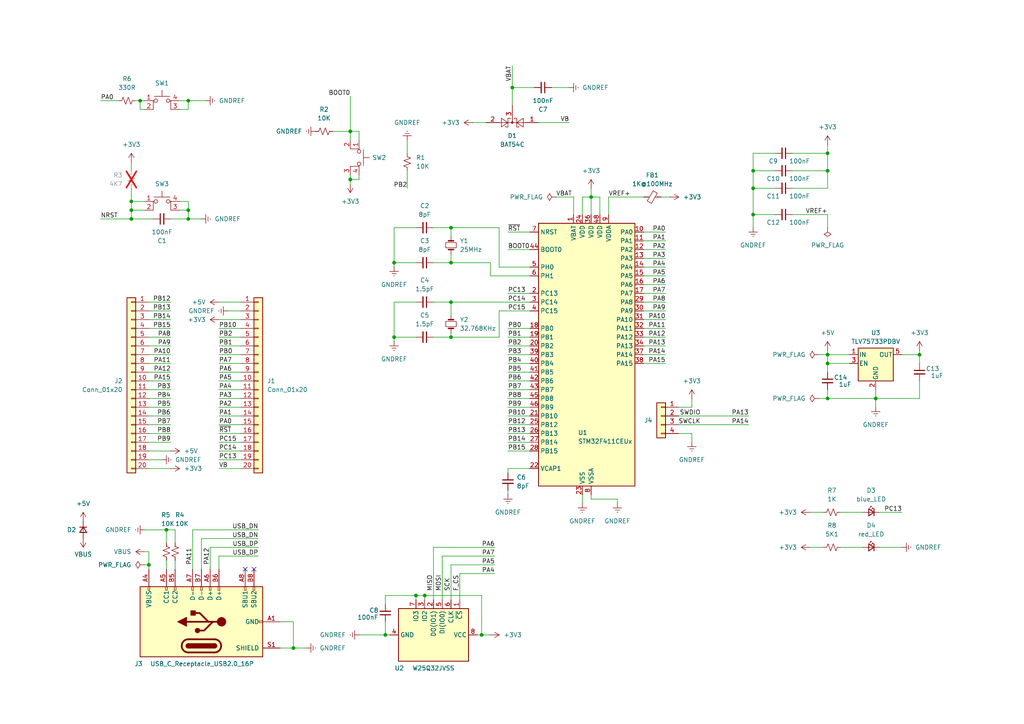
<source format=kicad_sch>
(kicad_sch (version 20231120) (generator "eeschema") (generator_version "8.0")
  (paper "A4")
  (lib_symbols
    (symbol "Connector:USB_C_Receptacle_USB2.0_16P" (pin_names (offset 1.016))
      (property "Reference" "J" (at 0 22.225 0))
      (property "Value" "USB_C_Receptacle_USB2.0_16P" (at 0 19.685 0))
      (symbol "USB_C_Receptacle_USB2.0_16P_1_1"
        (pin passive line (at 0 -22.86 90) (length 5.08) (name "GND") (number "A1"))
        (pin passive line (at 0 -22.86 90) (length 5.08) hide (name "GND") (number "A12"))
        (pin passive line (at 15.24 15.24 180) (length 5.08) (name "VBUS") (number "A4"))
        (pin bidirectional line (at 15.24 10.16 180) (length 5.08) (name "CC1") (number "A5"))
        (pin bidirectional line (at 15.24 -2.54 180) (length 5.08) (name "D+") (number "A6"))
        (pin bidirectional line (at 15.24 2.54 180) (length 5.08) (name "D-") (number "A7"))
        (pin bidirectional line (at 15.24 -12.7 180) (length 5.08) (name "SBU1") (number "A8"))
        (pin passive line (at 15.24 15.24 180) (length 5.08) hide (name "VBUS") (number "A9"))
        (pin passive line (at 0 -22.86 90) (length 5.08) hide (name "GND") (number "B1"))
        (pin passive line (at 0 -22.86 90) (length 5.08) hide (name "GND") (number "B12"))
        (pin passive line (at 15.24 15.24 180) (length 5.08) hide (name "VBUS") (number "B4"))
        (pin bidirectional line (at 15.24 7.62 180) (length 5.08) (name "CC2") (number "B5"))
        (pin bidirectional line (at 15.24 -5.08 180) (length 5.08) (name "D+") (number "B6"))
        (pin bidirectional line (at 15.24 0 180) (length 5.08) (name "D-") (number "B7"))
        (pin bidirectional line (at 15.24 -15.24 180) (length 5.08) (name "SBU2") (number "B8"))
        (pin passive line (at 15.24 15.24 180) (length 5.08) hide (name "VBUS") (number "B9"))
        (pin passive line (at -7.62 -22.86 90) (length 5.08) (name "SHIELD") (number "S1"))
      )
    )
    (symbol "Connector_Generic:Conn_01x04" (pin_names (offset 1.016) hide)
      (property "Reference" "J" (at 0 5.08 0))
      (property "Value" "Conn_01x04" (at 0 -7.62 0))
      (symbol "Conn_01x04_1_1"
        (pin passive line (at -5.08 2.54 0) (length 3.81) (name "Pin_1") (number "1"))
        (pin passive line (at -5.08 0 0) (length 3.81) (name "Pin_2") (number "2"))
        (pin passive line (at -5.08 -2.54 0) (length 3.81) (name "Pin_3") (number "3"))
        (pin passive line (at -5.08 -5.08 0) (length 3.81) (name "Pin_4") (number "4"))
      )
    )
    (symbol "Connector_Generic:Conn_01x20" (pin_names (offset 1.016) hide)
      (property "Reference" "J" (at 0 25.4 0))
      (property "Value" "Conn_01x20" (at 0 -27.94 0))
      (symbol "Conn_01x20_1_1"
        (pin passive line (at -5.08 22.86 0) (length 3.81) (name "Pin_1") (number "1"))
        (pin passive line (at -5.08 0 0) (length 3.81) (name "Pin_10") (number "10"))
        (pin passive line (at -5.08 -2.54 0) (length 3.81) (name "Pin_11") (number "11"))
        (pin passive line (at -5.08 -5.08 0) (length 3.81) (name "Pin_12") (number "12"))
        (pin passive line (at -5.08 -7.62 0) (length 3.81) (name "Pin_13") (number "13"))
        (pin passive line (at -5.08 -10.16 0) (length 3.81) (name "Pin_14") (number "14"))
        (pin passive line (at -5.08 -12.7 0) (length 3.81) (name "Pin_15") (number "15"))
        (pin passive line (at -5.08 -15.24 0) (length 3.81) (name "Pin_16") (number "16"))
        (pin passive line (at -5.08 -17.78 0) (length 3.81) (name "Pin_17") (number "17"))
        (pin passive line (at -5.08 -20.32 0) (length 3.81) (name "Pin_18") (number "18"))
        (pin passive line (at -5.08 -22.86 0) (length 3.81) (name "Pin_19") (number "19"))
        (pin passive line (at -5.08 20.32 0) (length 3.81) (name "Pin_2") (number "2"))
        (pin passive line (at -5.08 -25.4 0) (length 3.81) (name "Pin_20") (number "20"))
        (pin passive line (at -5.08 17.78 0) (length 3.81) (name "Pin_3") (number "3"))
        (pin passive line (at -5.08 15.24 0) (length 3.81) (name "Pin_4") (number "4"))
        (pin passive line (at -5.08 12.7 0) (length 3.81) (name "Pin_5") (number "5"))
        (pin passive line (at -5.08 10.16 0) (length 3.81) (name "Pin_6") (number "6"))
        (pin passive line (at -5.08 7.62 0) (length 3.81) (name "Pin_7") (number "7"))
        (pin passive line (at -5.08 5.08 0) (length 3.81) (name "Pin_8") (number "8"))
        (pin passive line (at -5.08 2.54 0) (length 3.81) (name "Pin_9") (number "9"))
      )
    )
    (symbol "Device:C_Small" (pin_numbers hide) (pin_names (offset 0.254) hide)
      (property "Reference" "C" (at 0.254 1.778 0))
      (property "Value" "C_Small" (at 0.254 -2.032 0))
      (symbol "C_Small_1_1"
        (pin passive line (at 0 2.54 270) (length 2.032) (name "~") (number "1"))
        (pin passive line (at 0 -2.54 90) (length 2.032) (name "~") (number "2"))
      )
    )
    (symbol "Device:Crystal_Small" (pin_numbers hide) (pin_names (offset 1.016) hide)
      (property "Reference" "Y" (at 0 2.54 0))
      (property "Value" "Crystal_Small" (at 0 -2.54 0))
      (symbol "Crystal_Small_1_1"
        (pin passive line (at -2.54 0 0) (length 1.27) (name "1") (number "1"))
        (pin passive line (at 2.54 0 180) (length 1.27) (name "2") (number "2"))
      )
    )
    (symbol "Device:D_Small" (pin_numbers hide) (pin_names (offset 0.254) hide)
      (property "Reference" "D" (at -1.27 2.032 0))
      (property "Value" "D_Small" (at -3.81 -2.032 0))
      (symbol "D_Small_1_1"
        (pin passive line (at -2.54 0 0) (length 1.778) (name "K") (number "1"))
        (pin passive line (at 2.54 0 180) (length 1.778) (name "A") (number "2"))
      )
    )
    (symbol "Device:FerriteBead_Small" (pin_numbers hide) (pin_names (offset 0))
      (property "Reference" "FB" (at 1.905 1.27 0))
      (property "Value" "FerriteBead_Small" (at 1.905 -1.27 0))
      (symbol "FerriteBead_Small_1_1"
        (pin passive line (at 0 2.54 270) (length 1.27) (name "~") (number "1"))
        (pin passive line (at 0 -2.54 90) (length 1.27) (name "~") (number "2"))
      )
    )
    (symbol "Device:LED_Small" (pin_numbers hide) (pin_names (offset 0.254) hide)
      (property "Reference" "D" (at -1.27 3.175 0))
      (property "Value" "LED_Small" (at -4.445 -2.54 0))
      (symbol "LED_Small_1_1"
        (pin passive line (at -2.54 0 0) (length 1.778) (name "K") (number "1"))
        (pin passive line (at 2.54 0 180) (length 1.778) (name "A") (number "2"))
      )
    )
    (symbol "Device:R_Small_US" (pin_numbers hide) (pin_names (offset 0.254) hide)
      (property "Reference" "R" (at 0.762 0.508 0))
      (property "Value" "R_Small_US" (at 0.762 -1.016 0))
      (symbol "R_Small_US_1_1"
        (pin passive line (at 0 2.54 270) (length 1.016) (name "~") (number "1"))
        (pin passive line (at 0 -2.54 90) (length 1.016) (name "~") (number "2"))
      )
    )
    (symbol "Diode:BAT54C" (pin_names (offset 1.016))
      (property "Reference" "D" (at 0.635 -3.81 0))
      (property "Value" "BAT54C" (at -6.35 3.175 0))
      (symbol "BAT54C_1_1"
        (pin passive line (at -7.62 0 0) (length 3.81) (name "~") (number "1"))
        (pin passive line (at 7.62 0 180) (length 3.81) (name "~") (number "2"))
        (pin passive line (at 0 -5.08 90) (length 5.08) (name "~") (number "3"))
      )
    )
    (symbol "MCU_ST_STM32F4:STM32F411CEUx"
      (property "Reference" "U" (at -12.7 39.37 0))
      (property "Value" "STM32F411CEUx" (at 10.16 39.37 0))
      (symbol "STM32F411CEUx_1_1"
        (pin power_in line (at -2.54 40.64 270) (length 2.54) (name "VBAT") (number "1"))
        (pin bidirectional line (at 17.78 35.56 180) (length 2.54) (name "PA0") (number "10"))
        (pin bidirectional line (at 17.78 33.02 180) (length 2.54) (name "PA1") (number "11"))
        (pin bidirectional line (at 17.78 30.48 180) (length 2.54) (name "PA2") (number "12"))
        (pin bidirectional line (at 17.78 27.94 180) (length 2.54) (name "PA3") (number "13"))
        (pin bidirectional line (at 17.78 25.4 180) (length 2.54) (name "PA4") (number "14"))
        (pin bidirectional line (at 17.78 22.86 180) (length 2.54) (name "PA5") (number "15"))
        (pin bidirectional line (at 17.78 20.32 180) (length 2.54) (name "PA6") (number "16"))
        (pin bidirectional line (at 17.78 17.78 180) (length 2.54) (name "PA7") (number "17"))
        (pin bidirectional line (at -15.24 7.62 0) (length 2.54) (name "PB0") (number "18"))
        (pin bidirectional line (at -15.24 5.08 0) (length 2.54) (name "PB1") (number "19"))
        (pin bidirectional line (at -15.24 17.78 0) (length 2.54) (name "PC13") (number "2"))
        (pin bidirectional line (at -15.24 2.54 0) (length 2.54) (name "PB2") (number "20"))
        (pin bidirectional line (at -15.24 -17.78 0) (length 2.54) (name "PB10") (number "21"))
        (pin power_out line (at -15.24 -33.02 0) (length 2.54) (name "VCAP1") (number "22"))
        (pin power_in line (at 0 -40.64 90) (length 2.54) (name "VSS") (number "23"))
        (pin power_in line (at 0 40.64 270) (length 2.54) (name "VDD") (number "24"))
        (pin bidirectional line (at -15.24 -20.32 0) (length 2.54) (name "PB12") (number "25"))
        (pin bidirectional line (at -15.24 -22.86 0) (length 2.54) (name "PB13") (number "26"))
        (pin bidirectional line (at -15.24 -25.4 0) (length 2.54) (name "PB14") (number "27"))
        (pin bidirectional line (at -15.24 -27.94 0) (length 2.54) (name "PB15") (number "28"))
        (pin bidirectional line (at 17.78 15.24 180) (length 2.54) (name "PA8") (number "29"))
        (pin bidirectional line (at -15.24 15.24 0) (length 2.54) (name "PC14") (number "3"))
        (pin bidirectional line (at 17.78 12.7 180) (length 2.54) (name "PA9") (number "30"))
        (pin bidirectional line (at 17.78 10.16 180) (length 2.54) (name "PA10") (number "31"))
        (pin bidirectional line (at 17.78 7.62 180) (length 2.54) (name "PA11") (number "32"))
        (pin bidirectional line (at 17.78 5.08 180) (length 2.54) (name "PA12") (number "33"))
        (pin bidirectional line (at 17.78 2.54 180) (length 2.54) (name "PA13") (number "34"))
        (pin passive line (at 0 -40.64 90) (length 2.54) hide (name "VSS") (number "35"))
        (pin power_in line (at 2.54 40.64 270) (length 2.54) (name "VDD") (number "36"))
        (pin bidirectional line (at 17.78 0 180) (length 2.54) (name "PA14") (number "37"))
        (pin bidirectional line (at 17.78 -2.54 180) (length 2.54) (name "PA15") (number "38"))
        (pin bidirectional line (at -15.24 0 0) (length 2.54) (name "PB3") (number "39"))
        (pin bidirectional line (at -15.24 12.7 0) (length 2.54) (name "PC15") (number "4"))
        (pin bidirectional line (at -15.24 -2.54 0) (length 2.54) (name "PB4") (number "40"))
        (pin bidirectional line (at -15.24 -5.08 0) (length 2.54) (name "PB5") (number "41"))
        (pin bidirectional line (at -15.24 -7.62 0) (length 2.54) (name "PB6") (number "42"))
        (pin bidirectional line (at -15.24 -10.16 0) (length 2.54) (name "PB7") (number "43"))
        (pin input line (at -15.24 30.48 0) (length 2.54) (name "BOOT0") (number "44"))
        (pin bidirectional line (at -15.24 -12.7 0) (length 2.54) (name "PB8") (number "45"))
        (pin bidirectional line (at -15.24 -15.24 0) (length 2.54) (name "PB9") (number "46"))
        (pin passive line (at 0 -40.64 90) (length 2.54) hide (name "VSS") (number "47"))
        (pin power_in line (at 5.08 40.64 270) (length 2.54) (name "VDD") (number "48"))
        (pin passive line (at 0 -40.64 90) (length 2.54) hide (name "VSS") (number "49"))
        (pin bidirectional line (at -15.24 25.4 0) (length 2.54) (name "PH0") (number "5"))
        (pin bidirectional line (at -15.24 22.86 0) (length 2.54) (name "PH1") (number "6"))
        (pin input line (at -15.24 35.56 0) (length 2.54) (name "NRST") (number "7"))
        (pin power_in line (at 2.54 -40.64 90) (length 2.54) (name "VSSA") (number "8"))
        (pin power_in line (at 7.62 40.64 270) (length 2.54) (name "VDDA") (number "9"))
      )
    )
    (symbol "Memory_Flash:W25Q32JVSS"
      (property "Reference" "U" (at -6.35 11.43 0))
      (property "Value" "W25Q32JVSS" (at 7.62 11.43 0))
      (symbol "W25Q32JVSS_1_1"
        (pin input line (at -10.16 7.62 0) (length 2.54) (name "~{CS}") (number "1"))
        (pin bidirectional line (at -10.16 0 0) (length 2.54) (name "DO(IO1)") (number "2"))
        (pin bidirectional line (at -10.16 -2.54 0) (length 2.54) (name "IO2") (number "3"))
        (pin power_in line (at 0 -12.7 90) (length 2.54) (name "GND") (number "4"))
        (pin bidirectional line (at -10.16 2.54 0) (length 2.54) (name "DI(IO0)") (number "5"))
        (pin input line (at -10.16 5.08 0) (length 2.54) (name "CLK") (number "6"))
        (pin bidirectional line (at -10.16 -5.08 0) (length 2.54) (name "IO3") (number "7"))
        (pin power_in line (at 0 12.7 270) (length 2.54) (name "VCC") (number "8"))
      )
    )
    (symbol "Regulator_Linear:TLV75733PDBV" (pin_names (offset 0.254))
      (property "Reference" "U" (at -3.81 5.715 0))
      (property "Value" "TLV75733PDBV" (at 0 5.715 0))
      (symbol "TLV75733PDBV_1_1"
        (pin power_in line (at -7.62 2.54 0) (length 2.54) (name "IN") (number "1"))
        (pin power_in line (at 0 -7.62 90) (length 2.54) (name "GND") (number "2"))
        (pin input line (at -7.62 0 0) (length 2.54) (name "EN") (number "3"))
        (pin no_connect line (at 5.08 0 180) (length 2.54) hide (name "NC") (number "4"))
        (pin power_out line (at 7.62 2.54 180) (length 2.54) (name "OUT") (number "5"))
      )
    )
    (symbol "Switch:SW_MEC_5E" (pin_names (offset 1.016) hide)
      (property "Reference" "SW" (at 0.635 5.715 0))
      (property "Value" "SW_MEC_5E" (at 0 -3.175 0))
      (symbol "SW_MEC_5E_0_1"
        (pin passive line (at -5.08 2.54 0) (length 2.54) (name "1") (number "1"))
        (pin passive line (at -5.08 0 0) (length 2.54) (name "2") (number "2"))
        (pin passive line (at 5.08 0 180) (length 2.54) (name "K") (number "3"))
        (pin passive line (at 5.08 2.54 180) (length 2.54) (name "A") (number "4"))
      )
    )
    (symbol "power:+3V3" (power) (pin_numbers hide) (pin_names (offset 0) hide)
      (property "Value" "+3V3" (at 0 3.556 0))
      (symbol "+3V3_1_1"
        (pin power_in line (at 0 0 90) (length 0) (name "~") (number "1"))
      )
    )
    (symbol "power:+5V" (power) (pin_numbers hide) (pin_names (offset 0) hide)
      (property "Value" "+5V" (at 0 3.556 0))
      (symbol "+5V_1_1"
        (pin power_in line (at 0 0 90) (length 0) (name "~") (number "1"))
      )
    )
    (symbol "power:GNDREF" (power) (pin_numbers hide) (pin_names (offset 0) hide)
      (property "Value" "GNDREF" (at 0 -3.81 0))
      (symbol "GNDREF_1_1"
        (pin power_in line (at 0 0 270) (length 0) (name "~") (number "1"))
      )
    )
    (symbol "power:PWR_FLAG" (power) (pin_numbers hide) (pin_names (offset 0) hide)
      (property "Value" "PWR_FLAG" (at 0 3.81 0))
      (symbol "PWR_FLAG_0_0"
        (pin power_out line (at 0 0 90) (length 0) (name "~") (number "1"))
      )
    )
    (symbol "power:VBUS" (power) (pin_numbers hide) (pin_names (offset 0) hide)
      (property "Value" "VBUS" (at 0 3.556 0))
      (symbol "VBUS_1_1"
        (pin power_in line (at 0 0 90) (length 0) (name "~") (number "1"))
      )
    )
  )
  (junction (at 43.18 163.83))
  (junction (at 54.61 29.21))
  (junction (at 114.3 97.79))
  (junction (at 123.19 172.72))
  (junction (at 54.61 60.96))
  (junction (at 120.65 172.72))
  (junction (at 114.3 76.2))
  (junction (at 240.03 44.45))
  (junction (at 40.64 29.21))
  (junction (at 218.44 49.53))
  (junction (at 101.6 38.1))
  (junction (at 240.03 115.57))
  (junction (at 38.1 63.5))
  (junction (at 48.26 153.67))
  (junction (at 130.81 87.63))
  (junction (at 240.03 49.53))
  (junction (at 85.09 187.96))
  (junction (at 266.7 102.87))
  (junction (at 254 115.57))
  (junction (at 240.03 102.87))
  (junction (at 130.81 97.79))
  (junction (at 171.45 57.15))
  (junction (at 139.7 184.15))
  (junction (at 218.44 54.61))
  (junction (at 101.6 52.07))
  (junction (at 148.59 25.4))
  (junction (at 38.1 58.42))
  (junction (at 130.81 66.04))
  (junction (at 54.61 63.5))
  (junction (at 130.81 76.2))
  (junction (at 240.03 105.41))
  (junction (at 38.1 60.96))
  (junction (at 218.44 62.23))
  (junction (at 111.76 184.15))
  (no_connect (at 71.12 165.1))
  (no_connect (at 73.66 165.1))
  (wire (pts (xy 133.35 166.37) (xy 133.35 173.99)))
  (wire (pts (xy 193.04 74.93) (xy 186.69 74.93)))
  (wire (pts (xy 63.5 113.03) (xy 69.85 113.03)))
  (wire (pts (xy 49.53 107.95) (xy 43.18 107.95)))
  (wire (pts (xy 130.81 96.52) (xy 130.81 97.79)))
  (wire (pts (xy 49.53 90.17) (xy 43.18 90.17)))
  (wire (pts (xy 130.81 163.83) (xy 130.81 173.99)))
  (wire (pts (xy 254 115.57) (xy 254 118.11)))
  (wire (pts (xy 38.1 60.96) (xy 41.91 60.96)))
  (wire (pts (xy 266.7 110.49) (xy 266.7 115.57)))
  (wire (pts (xy 147.32 72.39) (xy 153.67 72.39)))
  (wire (pts (xy 139.7 184.15) (xy 138.43 184.15)))
  (wire (pts (xy 130.81 66.04) (xy 130.81 68.58)))
  (wire (pts (xy 200.66 115.57) (xy 200.66 118.11)))
  (wire (pts (xy 123.19 172.72) (xy 120.65 172.72)))
  (wire (pts (xy 218.44 49.53) (xy 218.44 54.61)))
  (wire (pts (xy 148.59 25.4) (xy 148.59 30.48)))
  (wire (pts (xy 224.79 44.45) (xy 218.44 44.45)))
  (wire (pts (xy 139.7 184.15) (xy 142.24 184.15)))
  (wire (pts (xy 49.53 135.89) (xy 43.18 135.89)))
  (wire (pts (xy 193.04 85.09) (xy 186.69 85.09)))
  (wire (pts (xy 193.04 82.55) (xy 186.69 82.55)))
  (wire (pts (xy 54.61 31.75) (xy 54.61 29.21)))
  (wire (pts (xy 193.04 87.63) (xy 186.69 87.63)))
  (wire (pts (xy 147.32 67.31) (xy 153.67 67.31)))
  (wire (pts (xy 240.03 41.91) (xy 240.03 44.45)))
  (wire (pts (xy 39.37 29.21) (xy 40.64 29.21)))
  (wire (pts (xy 229.87 44.45) (xy 240.03 44.45)))
  (wire (pts (xy 234.95 148.59) (xy 238.76 148.59)))
  (wire (pts (xy 49.53 105.41) (xy 43.18 105.41)))
  (wire (pts (xy 193.04 80.01) (xy 186.69 80.01)))
  (wire (pts (xy 243.84 148.59) (xy 250.19 148.59)))
  (wire (pts (xy 176.53 57.15) (xy 186.69 57.15)))
  (wire (pts (xy 63.5 92.71) (xy 69.85 92.71)))
  (wire (pts (xy 63.5 135.89) (xy 69.85 135.89)))
  (wire (pts (xy 147.32 130.81) (xy 153.67 130.81)))
  (wire (pts (xy 147.32 120.65) (xy 153.67 120.65)))
  (wire (pts (xy 54.61 63.5) (xy 49.53 63.5)))
  (wire (pts (xy 63.5 133.35) (xy 69.85 133.35)))
  (wire (pts (xy 41.91 163.83) (xy 43.18 163.83)))
  (wire (pts (xy 168.91 62.23) (xy 168.91 57.15)))
  (wire (pts (xy 85.09 187.96) (xy 88.9 187.96)))
  (wire (pts (xy 179.07 144.78) (xy 179.07 146.05)))
  (wire (pts (xy 101.6 27.94) (xy 101.6 38.1)))
  (wire (pts (xy 154.94 25.4) (xy 148.59 25.4)))
  (wire (pts (xy 63.5 95.25) (xy 69.85 95.25)))
  (wire (pts (xy 63.5 118.11) (xy 69.85 118.11)))
  (wire (pts (xy 130.81 73.66) (xy 130.81 76.2)))
  (wire (pts (xy 60.96 158.75) (xy 74.93 158.75)))
  (wire (pts (xy 218.44 44.45) (xy 218.44 49.53)))
  (wire (pts (xy 96.52 38.1) (xy 101.6 38.1)))
  (wire (pts (xy 49.53 87.63) (xy 43.18 87.63)))
  (wire (pts (xy 104.14 52.07) (xy 104.14 50.8)))
  (wire (pts (xy 29.21 63.5) (xy 38.1 63.5)))
  (wire (pts (xy 63.5 107.95) (xy 69.85 107.95)))
  (wire (pts (xy 168.91 146.05) (xy 168.91 143.51)))
  (wire (pts (xy 171.45 57.15) (xy 173.99 57.15)))
  (wire (pts (xy 49.53 118.11) (xy 43.18 118.11)))
  (wire (pts (xy 193.04 77.47) (xy 186.69 77.47)))
  (wire (pts (xy 193.04 72.39) (xy 186.69 72.39)))
  (wire (pts (xy 120.65 172.72) (xy 120.65 173.99)))
  (wire (pts (xy 196.85 125.73) (xy 200.66 125.73)))
  (wire (pts (xy 229.87 54.61) (xy 240.03 54.61)))
  (wire (pts (xy 49.53 110.49) (xy 43.18 110.49)))
  (wire (pts (xy 66.04 90.17) (xy 69.85 90.17)))
  (wire (pts (xy 81.28 180.34) (xy 85.09 180.34)))
  (wire (pts (xy 49.53 125.73) (xy 43.18 125.73)))
  (wire (pts (xy 49.53 95.25) (xy 43.18 95.25)))
  (wire (pts (xy 114.3 87.63) (xy 114.3 97.79)))
  (wire (pts (xy 48.26 153.67) (xy 50.8 153.67)))
  (wire (pts (xy 49.53 100.33) (xy 43.18 100.33)))
  (wire (pts (xy 266.7 101.6) (xy 266.7 102.87)))
  (wire (pts (xy 193.04 100.33) (xy 186.69 100.33)))
  (wire (pts (xy 85.09 180.34) (xy 85.09 187.96)))
  (wire (pts (xy 41.91 31.75) (xy 40.64 31.75)))
  (wire (pts (xy 193.04 97.79) (xy 186.69 97.79)))
  (wire (pts (xy 54.61 60.96) (xy 54.61 63.5)))
  (wire (pts (xy 193.04 90.17) (xy 186.69 90.17)))
  (wire (pts (xy 111.76 172.72) (xy 111.76 175.26)))
  (wire (pts (xy 49.53 130.81) (xy 43.18 130.81)))
  (wire (pts (xy 49.53 113.03) (xy 43.18 113.03)))
  (wire (pts (xy 114.3 66.04) (xy 114.3 76.2)))
  (wire (pts (xy 137.16 35.56) (xy 140.97 35.56)))
  (wire (pts (xy 40.64 29.21) (xy 41.91 29.21)))
  (wire (pts (xy 144.78 90.17) (xy 153.67 90.17)))
  (wire (pts (xy 217.17 120.65) (xy 196.85 120.65)))
  (wire (pts (xy 59.69 29.21) (xy 54.61 29.21)))
  (wire (pts (xy 130.81 97.79) (xy 125.73 97.79)))
  (wire (pts (xy 160.02 25.4) (xy 165.1 25.4)))
  (wire (pts (xy 147.32 95.25) (xy 153.67 95.25)))
  (wire (pts (xy 147.32 137.16) (xy 147.32 135.89)))
  (wire (pts (xy 130.81 163.83) (xy 143.51 163.83)))
  (wire (pts (xy 266.7 102.87) (xy 266.7 105.41)))
  (wire (pts (xy 58.42 156.21) (xy 58.42 165.1)))
  (wire (pts (xy 55.88 153.67) (xy 55.88 165.1)))
  (wire (pts (xy 139.7 172.72) (xy 123.19 172.72)))
  (wire (pts (xy 237.49 102.87) (xy 240.03 102.87)))
  (wire (pts (xy 240.03 101.6) (xy 240.03 102.87)))
  (wire (pts (xy 101.6 52.07) (xy 101.6 53.34)))
  (wire (pts (xy 104.14 38.1) (xy 101.6 38.1)))
  (wire (pts (xy 147.32 100.33) (xy 153.67 100.33)))
  (wire (pts (xy 49.53 92.71) (xy 43.18 92.71)))
  (wire (pts (xy 50.8 153.67) (xy 50.8 157.48)))
  (wire (pts (xy 49.53 123.19) (xy 43.18 123.19)))
  (wire (pts (xy 130.81 76.2) (xy 142.24 76.2)))
  (wire (pts (xy 148.59 19.05) (xy 148.59 25.4)))
  (wire (pts (xy 193.04 105.41) (xy 186.69 105.41)))
  (wire (pts (xy 144.78 97.79) (xy 130.81 97.79)))
  (wire (pts (xy 147.32 118.11) (xy 153.67 118.11)))
  (wire (pts (xy 229.87 62.23) (xy 240.03 62.23)))
  (wire (pts (xy 147.32 97.79) (xy 153.67 97.79)))
  (wire (pts (xy 52.07 58.42) (xy 54.61 58.42)))
  (wire (pts (xy 133.35 166.37) (xy 143.51 166.37)))
  (wire (pts (xy 104.14 184.15) (xy 111.76 184.15)))
  (wire (pts (xy 52.07 60.96) (xy 54.61 60.96)))
  (wire (pts (xy 217.17 123.19) (xy 196.85 123.19)))
  (wire (pts (xy 52.07 31.75) (xy 54.61 31.75)))
  (wire (pts (xy 218.44 54.61) (xy 224.79 54.61)))
  (wire (pts (xy 104.14 52.07) (xy 101.6 52.07)))
  (wire (pts (xy 123.19 173.99) (xy 123.19 172.72)))
  (wire (pts (xy 38.1 60.96) (xy 38.1 58.42)))
  (wire (pts (xy 63.5 130.81) (xy 69.85 130.81)))
  (wire (pts (xy 63.5 123.19) (xy 69.85 123.19)))
  (wire (pts (xy 240.03 49.53) (xy 240.03 44.45)))
  (wire (pts (xy 38.1 54.61) (xy 38.1 58.42)))
  (wire (pts (xy 29.21 29.21) (xy 34.29 29.21)))
  (wire (pts (xy 54.61 63.5) (xy 58.42 63.5)))
  (wire (pts (xy 147.32 128.27) (xy 153.67 128.27)))
  (wire (pts (xy 125.73 158.75) (xy 125.73 173.99)))
  (wire (pts (xy 49.53 102.87) (xy 43.18 102.87)))
  (wire (pts (xy 142.24 76.2) (xy 142.24 80.01)))
  (wire (pts (xy 240.03 105.41) (xy 246.38 105.41)))
  (wire (pts (xy 114.3 97.79) (xy 114.3 99.06)))
  (wire (pts (xy 147.32 102.87) (xy 153.67 102.87)))
  (wire (pts (xy 101.6 52.07) (xy 101.6 50.8)))
  (wire (pts (xy 139.7 172.72) (xy 139.7 184.15)))
  (wire (pts (xy 176.53 62.23) (xy 176.53 57.15)))
  (wire (pts (xy 40.64 31.75) (xy 40.64 29.21)))
  (wire (pts (xy 63.5 115.57) (xy 69.85 115.57)))
  (wire (pts (xy 156.21 35.56) (xy 165.1 35.56)))
  (wire (pts (xy 118.11 40.64) (xy 118.11 44.45)))
  (wire (pts (xy 120.65 66.04) (xy 114.3 66.04)))
  (wire (pts (xy 191.77 57.15) (xy 194.31 57.15)))
  (wire (pts (xy 144.78 90.17) (xy 144.78 97.79)))
  (wire (pts (xy 254 113.03) (xy 254 115.57)))
  (wire (pts (xy 120.65 87.63) (xy 114.3 87.63)))
  (wire (pts (xy 63.5 161.29) (xy 74.93 161.29)))
  (wire (pts (xy 193.04 92.71) (xy 186.69 92.71)))
  (wire (pts (xy 125.73 76.2) (xy 130.81 76.2)))
  (wire (pts (xy 63.5 105.41) (xy 69.85 105.41)))
  (wire (pts (xy 240.03 102.87) (xy 240.03 105.41)))
  (wire (pts (xy 246.38 102.87) (xy 240.03 102.87)))
  (wire (pts (xy 44.45 63.5) (xy 38.1 63.5)))
  (wire (pts (xy 142.24 80.01) (xy 153.67 80.01)))
  (wire (pts (xy 38.1 63.5) (xy 38.1 60.96)))
  (wire (pts (xy 101.6 38.1) (xy 101.6 40.64)))
  (wire (pts (xy 63.5 110.49) (xy 69.85 110.49)))
  (wire (pts (xy 43.18 163.83) (xy 43.18 165.1)))
  (wire (pts (xy 41.91 160.02) (xy 43.18 160.02)))
  (wire (pts (xy 63.5 102.87) (xy 69.85 102.87)))
  (wire (pts (xy 81.28 187.96) (xy 85.09 187.96)))
  (wire (pts (xy 171.45 144.78) (xy 179.07 144.78)))
  (wire (pts (xy 63.5 87.63) (xy 69.85 87.63)))
  (wire (pts (xy 63.5 97.79) (xy 69.85 97.79)))
  (wire (pts (xy 168.91 57.15) (xy 171.45 57.15)))
  (wire (pts (xy 50.8 162.56) (xy 50.8 165.1)))
  (wire (pts (xy 261.62 102.87) (xy 266.7 102.87)))
  (wire (pts (xy 171.45 143.51) (xy 171.45 144.78)))
  (wire (pts (xy 243.84 158.75) (xy 250.19 158.75)))
  (wire (pts (xy 147.32 125.73) (xy 153.67 125.73)))
  (wire (pts (xy 46.99 133.35) (xy 43.18 133.35)))
  (wire (pts (xy 147.32 135.89) (xy 153.67 135.89)))
  (wire (pts (xy 147.32 115.57) (xy 153.67 115.57)))
  (wire (pts (xy 49.53 128.27) (xy 43.18 128.27)))
  (wire (pts (xy 58.42 156.21) (xy 74.93 156.21)))
  (wire (pts (xy 48.26 162.56) (xy 48.26 165.1)))
  (wire (pts (xy 229.87 49.53) (xy 240.03 49.53)))
  (wire (pts (xy 114.3 76.2) (xy 120.65 76.2)))
  (wire (pts (xy 63.5 128.27) (xy 69.85 128.27)))
  (wire (pts (xy 147.32 105.41) (xy 153.67 105.41)))
  (wire (pts (xy 63.5 125.73) (xy 69.85 125.73)))
  (wire (pts (xy 104.14 40.64) (xy 104.14 38.1)))
  (wire (pts (xy 49.53 97.79) (xy 43.18 97.79)))
  (wire (pts (xy 240.03 105.41) (xy 240.03 107.95)))
  (wire (pts (xy 147.32 110.49) (xy 153.67 110.49)))
  (wire (pts (xy 193.04 95.25) (xy 186.69 95.25)))
  (wire (pts (xy 193.04 67.31) (xy 186.69 67.31)))
  (wire (pts (xy 63.5 120.65) (xy 69.85 120.65)))
  (wire (pts (xy 161.29 57.15) (xy 166.37 57.15)))
  (wire (pts (xy 266.7 115.57) (xy 254 115.57)))
  (wire (pts (xy 193.04 102.87) (xy 186.69 102.87)))
  (wire (pts (xy 144.78 77.47) (xy 153.67 77.47)))
  (wire (pts (xy 41.91 153.67) (xy 48.26 153.67)))
  (wire (pts (xy 240.03 62.23) (xy 240.03 66.04)))
  (wire (pts (xy 49.53 115.57) (xy 43.18 115.57)))
  (wire (pts (xy 63.5 100.33) (xy 69.85 100.33)))
  (wire (pts (xy 63.5 161.29) (xy 63.5 165.1)))
  (wire (pts (xy 43.18 160.02) (xy 43.18 163.83)))
  (wire (pts (xy 218.44 62.23) (xy 218.44 66.04)))
  (wire (pts (xy 218.44 54.61) (xy 218.44 62.23)))
  (wire (pts (xy 114.3 97.79) (xy 120.65 97.79)))
  (wire (pts (xy 240.03 113.03) (xy 240.03 115.57)))
  (wire (pts (xy 118.11 49.53) (xy 118.11 54.61)))
  (wire (pts (xy 125.73 158.75) (xy 143.51 158.75)))
  (wire (pts (xy 147.32 85.09) (xy 153.67 85.09)))
  (wire (pts (xy 200.66 118.11) (xy 196.85 118.11)))
  (wire (pts (xy 173.99 57.15) (xy 173.99 62.23)))
  (wire (pts (xy 144.78 66.04) (xy 144.78 77.47)))
  (wire (pts (xy 240.03 115.57) (xy 254 115.57)))
  (wire (pts (xy 261.62 148.59) (xy 255.27 148.59)))
  (wire (pts (xy 114.3 76.2) (xy 114.3 77.47)))
  (wire (pts (xy 130.81 87.63) (xy 130.81 91.44)))
  (wire (pts (xy 200.66 125.73) (xy 200.66 128.27)))
  (wire (pts (xy 171.45 57.15) (xy 171.45 62.23)))
  (wire (pts (xy 125.73 66.04) (xy 130.81 66.04)))
  (wire (pts (xy 234.95 158.75) (xy 238.76 158.75)))
  (wire (pts (xy 237.49 115.57) (xy 240.03 115.57)))
  (wire (pts (xy 55.88 153.67) (xy 74.93 153.67)))
  (wire (pts (xy 54.61 58.42) (xy 54.61 60.96)))
  (wire (pts (xy 60.96 158.75) (xy 60.96 165.1)))
  (wire (pts (xy 218.44 62.23) (xy 224.79 62.23)))
  (wire (pts (xy 147.32 113.03) (xy 153.67 113.03)))
  (wire (pts (xy 125.73 87.63) (xy 130.81 87.63)))
  (wire (pts (xy 49.53 120.65) (xy 43.18 120.65)))
  (wire (pts (xy 255.27 158.75) (xy 261.62 158.75)))
  (wire (pts (xy 111.76 184.15) (xy 111.76 180.34)))
  (wire (pts (xy 218.44 49.53) (xy 224.79 49.53)))
  (wire (pts (xy 147.32 123.19) (xy 153.67 123.19)))
  (wire (pts (xy 240.03 54.61) (xy 240.03 49.53)))
  (wire (pts (xy 147.32 107.95) (xy 153.67 107.95)))
  (wire (pts (xy 166.37 62.23) (xy 166.37 57.15)))
  (wire (pts (xy 48.26 153.67) (xy 48.26 157.48)))
  (wire (pts (xy 38.1 58.42) (xy 41.91 58.42)))
  (wire (pts (xy 54.61 29.21) (xy 52.07 29.21)))
  (wire (pts (xy 128.27 161.29) (xy 128.27 173.99)))
  (wire (pts (xy 130.81 87.63) (xy 153.67 87.63)))
  (wire (pts (xy 147.32 142.24) (xy 147.32 143.51)))
  (wire (pts (xy 38.1 46.99) (xy 38.1 49.53)))
  (wire (pts (xy 120.65 172.72) (xy 111.76 172.72)))
  (wire (pts (xy 171.45 54.61) (xy 171.45 57.15)))
  (wire (pts (xy 128.27 161.29) (xy 143.51 161.29)))
  (wire (pts (xy 113.03 184.15) (xy 111.76 184.15)))
  (wire (pts (xy 130.81 66.04) (xy 144.78 66.04)))
  (wire (pts (xy 193.04 69.85) (xy 186.69 69.85)))
  (label "PA4" (at 143.51 166.37 180))
  (label "F_CS" (at 133.35 171.45 90))
  (label "PA15" (at 49.53 110.49 180))
  (label "PA2" (at 63.5 118.11 0))
  (label "SWCLK" (at 203.2 123.19 180))
  (label "PA10" (at 193.04 92.71 180))
  (label "PA15" (at 193.04 105.41 180))
  (label "PB12" (at 147.32 123.19 0))
  (label "VB" (at 165.1 35.56 180))
  (label "BOOT0" (at 147.32 72.39 0))
  (label "PB15" (at 49.53 95.25 180))
  (label "PA9" (at 193.04 90.17 180))
  (label "PB0" (at 147.32 95.25 0))
  (label "PB5" (at 49.53 118.11 180))
  (label "VBAT" (at 161.29 57.15 0))
  (label "PB9" (at 147.32 118.11 0))
  (label "PA7" (at 63.5 105.41 0))
  (label "PB7" (at 147.32 113.03 0))
  (label "PB4" (at 49.53 115.57 180))
  (label "USB_DN" (at 74.93 156.21 180))
  (label "PB7" (at 49.53 123.19 180))
  (label "VREF+" (at 182.88 57.15 180))
  (label "PA0" (at 29.21 29.21 0))
  (label "PB4" (at 147.32 105.41 0))
  (label "~{RST}" (at 147.32 67.31 0))
  (label "PA11" (at 55.88 163.83 90))
  (label "PB2" (at 63.5 97.79 0))
  (label "PA4" (at 193.04 77.47 180))
  (label "PA6" (at 63.5 107.95 0))
  (label "PA0" (at 193.04 67.31 180))
  (label "PC13" (at 261.62 148.59 180))
  (label "PA7" (at 143.51 161.29 180))
  (label "PA2" (at 193.04 72.39 180))
  (label "USB_DN" (at 74.93 153.67 180))
  (label "PB13" (at 49.53 90.17 180))
  (label "PA9" (at 49.53 100.33 180))
  (label "PA8" (at 193.04 87.63 180))
  (label "PA11" (at 193.04 95.25 180))
  (label "PB2" (at 147.32 100.33 0))
  (label "PA4" (at 63.5 113.03 0))
  (label "PB6" (at 49.53 120.65 180))
  (label "USB_DP" (at 74.93 158.75 180))
  (label "~{RST}" (at 63.5 125.73 0))
  (label "PA3" (at 63.5 115.57 0))
  (label "PB1" (at 63.5 100.33 0))
  (label "PB15" (at 147.32 130.81 0))
  (label "BOOT0" (at 101.6 27.94 180))
  (label "PB2" (at 118.11 54.61 180))
  (label "PB10" (at 63.5 95.25 0))
  (label "PA14" (at 217.17 123.19 180))
  (label "PB1" (at 147.32 97.79 0))
  (label "PB3" (at 49.53 113.03 180))
  (label "PA1" (at 63.5 120.65 0))
  (label "PA13" (at 193.04 100.33 180))
  (label "PB8" (at 147.32 115.57 0))
  (label "PA11" (at 49.53 105.41 180))
  (label "PB13" (at 147.32 125.73 0))
  (label "PA5" (at 63.5 110.49 0))
  (label "PA12" (at 193.04 97.79 180))
  (label "VBAT" (at 148.59 19.05 270))
  (label "PC13" (at 147.32 85.09 0))
  (label "PC15" (at 147.32 90.17 0))
  (label "PB14" (at 147.32 128.27 0))
  (label "MISO" (at 125.73 171.45 90))
  (label "PA6" (at 193.04 82.55 180))
  (label "PA12" (at 49.53 107.95 180))
  (label "PA13" (at 217.17 120.65 180))
  (label "PA12" (at 60.96 163.83 90))
  (label "PA3" (at 193.04 74.93 180))
  (label "VB" (at 63.5 135.89 0))
  (label "PA0" (at 63.5 123.19 0))
  (label "PC14" (at 63.5 130.81 0))
  (label "PB14" (at 49.53 92.71 180))
  (label "PA6" (at 143.51 158.75 180))
  (label "PB12" (at 49.53 87.63 180))
  (label "PB8" (at 49.53 125.73 180))
  (label "PC13" (at 63.5 133.35 0))
  (label "PA8" (at 49.53 97.79 180))
  (label "PA10" (at 49.53 102.87 180))
  (label "USB_DP" (at 74.93 161.29 180))
  (label "PA7" (at 193.04 85.09 180))
  (label "MOSI" (at 128.27 171.45 90))
  (label "PC15" (at 63.5 128.27 0))
  (label "SCK" (at 130.81 171.45 90))
  (label "PA5" (at 193.04 80.01 180))
  (label "PB0" (at 63.5 102.87 0))
  (label "PB10" (at 147.32 120.65 0))
  (label "PB6" (at 147.32 110.49 0))
  (label "PB5" (at 147.32 107.95 0))
  (label "NRST" (at 29.21 63.5 0))
  (label "PA14" (at 193.04 102.87 180))
  (label "VREF+" (at 240.03 62.23 180))
  (label "PB9" (at 49.53 128.27 180))
  (label "PA1" (at 193.04 69.85 180))
  (label "PC14" (at 147.32 87.63 0))
  (label "SWDIO" (at 203.2 120.65 180))
  (label "PB3" (at 147.32 102.87 0))
  (label "PA5" (at 143.51 163.83 180))
  (symbol (lib_id "power:GNDREF") (at 200.66 128.27 0) (mirror y) (unit 1)
    (property "Reference" "#PWR022" (effects (hide yes)))
    (property "Value" "GNDREF" (at 200.66 133.35 0))
    (property "Description" "Power symbol creates a global label with name \"GNDREF\" , reference supply ground" (effects (hide yes)))
  )
  (symbol (lib_id "power:PWR_FLAG") (at 237.49 102.87 90) (unit 1)
    (property "Reference" "#FLG02" (effects (hide yes)))
    (property "Value" "PWR_FLAG" (at 233.68 102.8699 90) (effects (justify left)))
    (property "Description" "Special symbol for telling ERC where power comes from" (effects (hide yes)))
  )
  (symbol (lib_id "power:+3V3") (at 137.16 35.56 90) (unit 1)
    (property "Reference" "#PWR031" (effects (hide yes)))
    (property "Value" "+3V3" (at 133.35 35.5599 90) (effects (justify left)))
    (property "Description" "Power symbol creates a global label with name \"+3V3\"" (effects (hide yes)))
  )
  (symbol (lib_id "power:GNDREF") (at 59.69 29.21 90) (unit 1)
    (property "Reference" "#PWR01" (effects (hide yes)))
    (property "Value" "GNDREF" (at 63.5 29.2099 90) (effects (justify right)))
    (property "Description" "Power symbol creates a global label with name \"GNDREF\" , reference supply ground" (effects (hide yes)))
  )
  (symbol (lib_id "power:+5V") (at 49.53 130.81 270) (mirror x) (unit 1)
    (property "Reference" "#PWR013" (effects (hide yes)))
    (property "Value" "+5V" (at 53.34 130.8099 90) (effects (justify left)))
    (property "Description" "Power symbol creates a global label with name \"+5V\"" (effects (hide yes)))
  )
  (symbol (lib_id "Device:C_Small") (at 227.33 62.23 270) (unit 1)
    (property "Reference" "C12" (at 224.282 64.516 90))
    (property "Value" "100nF" (at 231.902 64.516 90))
    (property "Description" "Unpolarized capacitor, small symbol" (effects (hide yes)))
  )
  (symbol (lib_id "power:VBUS") (at 24.13 156.21 0) (mirror x) (unit 1)
    (property "Reference" "#PWR04" (effects (hide yes)))
    (property "Value" "VBUS" (at 24.13 160.782 0))
    (property "Description" "Power symbol creates a global label with name \"VBUS\"" (effects (hide yes)))
  )
  (symbol (lib_id "Device:C_Small") (at 111.76 177.8 180) (unit 1)
    (property "Reference" "C8" (at 108.458 177.038 0))
    (property "Value" "100nF" (at 106.68 179.07 0))
    (property "Description" "Unpolarized capacitor, small symbol" (effects (hide yes)))
  )
  (symbol (lib_id "power:GNDREF") (at 147.32 143.51 0) (unit 1)
    (property "Reference" "#PWR016" (effects (hide yes)))
    (property "Value" "GNDREF" (at 147.32 148.59 0))
    (property "Description" "Power symbol creates a global label with name \"GNDREF\" , reference supply ground" (effects (hide yes)))
  )
  (symbol (lib_id "Device:C_Small") (at 157.48 25.4 270) (unit 1)
    (property "Reference" "C7" (at 157.4737 31.75 90))
    (property "Value" "100nF" (at 157.4737 29.21 90))
    (property "Description" "Unpolarized capacitor, small symbol" (effects (hide yes)))
  )
  (symbol (lib_id "power:GNDREF") (at 179.07 146.05 0) (unit 1)
    (property "Reference" "#PWR027" (effects (hide yes)))
    (property "Value" "GNDREF" (at 179.07 151.13 0))
    (property "Description" "Power symbol creates a global label with name \"GNDREF\" , reference supply ground" (effects (hide yes)))
  )
  (symbol (lib_id "power:+3V3") (at 234.95 148.59 90) (unit 1)
    (property "Reference" "#PWR024" (effects (hide yes)))
    (property "Value" "+3V3" (at 231.14 148.5899 90) (effects (justify left)))
    (property "Description" "Power symbol creates a global label with name \"+3V3\"" (effects (hide yes)))
  )
  (symbol (lib_id "power:PWR_FLAG") (at 161.29 57.15 90) (unit 1)
    (property "Reference" "#FLG01" (effects (hide yes)))
    (property "Value" "PWR_FLAG" (at 157.48 57.1499 90) (effects (justify left)))
    (property "Description" "Special symbol for telling ERC where power comes from" (effects (hide yes)))
  )
  (symbol (lib_id "Device:C_Small") (at 123.19 66.04 270) (unit 1)
    (property "Reference" "C2" (at 123.1836 59.69 90))
    (property "Value" "8pF" (at 123.1836 62.23 90))
    (property "Description" "Unpolarized capacitor, small symbol" (effects (hide yes)))
  )
  (symbol (lib_id "power:GNDREF") (at 88.9 187.96 90) (unit 1)
    (property "Reference" "#PWR019" (effects (hide yes)))
    (property "Value" "GNDREF" (at 92.71 187.9599 90) (effects (justify right)))
    (property "Description" "Power symbol creates a global label with name \"GNDREF\" , reference supply ground" (effects (hide yes)))
  )
  (symbol (lib_id "Device:R_Small_US") (at 241.3 158.75 90) (unit 1)
    (property "Reference" "R8" (at 241.3 152.4 90))
    (property "Value" "5K1" (at 241.3 154.94 90))
    (property "Description" "Resistor, small US symbol" (effects (hide yes)))
  )
  (symbol (lib_id "power:+3V3") (at 142.24 184.15 270) (unit 1)
    (property "Reference" "#PWR037" (effects (hide yes)))
    (property "Value" "+3V3" (at 146.05 184.1499 90) (effects (justify left)))
    (property "Description" "Power symbol creates a global label with name \"+3V3\"" (effects (hide yes)))
  )
  (symbol (lib_id "Device:C_Small") (at 46.99 63.5 90) (mirror x) (unit 1)
    (property "Reference" "C1" (at 46.9963 69.85 90))
    (property "Value" "100nF" (at 46.9963 67.31 90))
    (property "Description" "Unpolarized capacitor, small symbol" (effects (hide yes)))
  )
  (symbol (lib_id "power:+3V3") (at 266.7 101.6 0) (unit 1)
    (property "Reference" "#PWR034" (effects (hide yes)))
    (property "Value" "+3V3" (at 266.7 96.52 0))
    (property "Description" "Power symbol creates a global label with name \"+3V3\"" (effects (hide yes)))
  )
  (symbol (lib_id "Device:R_Small_US") (at 50.8 160.02 0) (unit 1)
    (property "Reference" "R4" (at 50.8 149.352 0) (effects (justify left)))
    (property "Value" "10K" (at 50.8 151.892 0) (effects (justify left)))
    (property "Description" "Resistor, small US symbol" (effects (hide yes)))
  )
  (symbol (lib_id "power:PWR_FLAG") (at 240.03 66.04 180) (unit 1)
    (property "Reference" "#FLG04" (effects (hide yes)))
    (property "Value" "PWR_FLAG" (at 240.03 71.12 0))
    (property "Description" "Special symbol for telling ERC where power comes from" (effects (hide yes)))
  )
  (symbol (lib_id "Device:C_Small") (at 123.19 76.2 270) (unit 1)
    (property "Reference" "C3" (at 123.1836 69.85 90))
    (property "Value" "8pF" (at 123.1836 72.39 90))
    (property "Description" "Unpolarized capacitor, small symbol" (effects (hide yes)))
  )
  (symbol (lib_id "power:GNDREF") (at 41.91 153.67 270) (unit 1)
    (property "Reference" "#PWR017" (effects (hide yes)))
    (property "Value" "GNDREF" (at 38.1 153.6699 90) (effects (justify right)))
    (property "Description" "Power symbol creates a global label with name \"GNDREF\" , reference supply ground" (effects (hide yes)))
  )
  (symbol (lib_id "power:GNDREF") (at 218.44 66.04 0) (unit 1)
    (property "Reference" "#PWR033" (effects (hide yes)))
    (property "Value" "GNDREF" (at 218.44 71.12 0))
    (property "Description" "Power symbol creates a global label with name \"GNDREF\" , reference supply ground" (effects (hide yes)))
  )
  (symbol (lib_id "power:+3V3") (at 194.31 57.15 270) (unit 1)
    (property "Reference" "#PWR029" (effects (hide yes)))
    (property "Value" "+3V3" (at 198.12 57.1499 90) (effects (justify left)))
    (property "Description" "Power symbol creates a global label with name \"+3V3\"" (effects (hide yes)))
  )
  (symbol (lib_id "Device:C_Small") (at 240.03 110.49 0) (unit 1)
    (property "Reference" "C14" (at 243.84 109.474 0))
    (property "Value" "1uF" (at 245.11 111.506 0))
    (property "Description" "Unpolarized capacitor, small symbol" (effects (hide yes)))
  )
  (symbol (lib_id "Device:R_Small_US") (at 241.3 148.59 90) (unit 1)
    (property "Reference" "R7" (at 241.3 142.24 90))
    (property "Value" "1K" (at 241.3 144.78 90))
    (property "Description" "Resistor, small US symbol" (effects (hide yes)))
  )
  (symbol (lib_id "Connector_Generic:Conn_01x04") (at 191.77 120.65 0) (mirror y) (unit 1)
    (property "Reference" "J4" (at 189.23 121.9199 0) (effects (justify left)))
    (property "Value" "Conn_01x04" (effects (hide yes)))
    (property "Description" "Generic connector, single row, 01x04, script generated (kicad-library-utils/schlib/autogen/connector/)" (effects (hide yes)))
  )
  (symbol (lib_id "Connector:USB_C_Receptacle_USB2.0_16P") (at 58.42 180.34 90) (unit 1)
    (property "Reference" "J3" (at 41.402 192.532 90) (effects (justify left)))
    (property "Value" "USB_C_Receptacle_USB2.0_16P" (at 73.66 192.532 90) (effects (justify left)))
    (property "Datasheet" "https://www.usb.org/sites/default/files/documents/usb_type-c.zip" (effects (hide yes)))
    (property "Description" "USB 2.0-only 16P Type-C Receptacle connector" (effects (hide yes)))
  )
  (symbol (lib_id "Diode:BAT54C") (at 148.59 35.56 180) (unit 1)
    (property "Reference" "D1" (at 148.59 39.37 0))
    (property "Value" "BAT54C" (at 148.59 41.91 0))
    (property "Footprint" "Package_TO_SOT_SMD:SOT-23" (effects (hide yes)))
    (property "Datasheet" "http://www.diodes.com/_files/datasheets/ds11005.pdf" (effects (hide yes)))
    (property "Description" "dual schottky barrier diode, common cathode" (effects (hide yes)))
  )
  (symbol (lib_id "power:+3V3") (at 101.6 53.34 180) (unit 1)
    (property "Reference" "#PWR05" (effects (hide yes)))
    (property "Value" "+3V3" (at 101.6 58.42 0))
    (property "Description" "Power symbol creates a global label with name \"+3V3\"" (effects (hide yes)))
  )
  (symbol (lib_id "power:VBUS") (at 41.91 160.02 90) (unit 1)
    (property "Reference" "#PWR018" (effects (hide yes)))
    (property "Value" "VBUS" (at 38.1 160.0199 90) (effects (justify left)))
    (property "Description" "Power symbol creates a global label with name \"VBUS\"" (effects (hide yes)))
  )
  (symbol (lib_id "power:+5V") (at 240.03 101.6 0) (mirror y) (unit 1)
    (property "Reference" "#PWR036" (effects (hide yes)))
    (property "Value" "+5V" (at 240.03 96.52 0))
    (property "Description" "Power symbol creates a global label with name \"+5V\"" (effects (hide yes)))
  )
  (symbol (lib_id "power:+3V3") (at 234.95 158.75 90) (unit 1)
    (property "Reference" "#PWR023" (effects (hide yes)))
    (property "Value" "+3V3" (at 231.14 158.7499 90) (effects (justify left)))
    (property "Description" "Power symbol creates a global label with name \"+3V3\"" (effects (hide yes)))
  )
  (symbol (lib_id "Device:R_Small_US") (at 118.11 46.99 0) (unit 1)
    (property "Reference" "R1" (at 120.65 45.7199 0) (effects (justify left)))
    (property "Value" "10K" (at 120.65 48.2599 0) (effects (justify left)))
    (property "Description" "Resistor, small US symbol" (effects (hide yes)))
  )
  (symbol (lib_id "Connector_Generic:Conn_01x20") (at 38.1 110.49 0) (mirror y) (unit 1)
    (property "Reference" "J2" (at 35.56 110.4899 0) (effects (justify left)))
    (property "Value" "Conn_01x20" (at 35.56 113.0299 0) (effects (justify left)))
    (property "Description" "Generic connector, single row, 01x20, script generated (kicad-library-utils/schlib/autogen/connector/)" (effects (hide yes)))
  )
  (symbol (lib_id "power:+3V3") (at 171.45 54.61 0) (unit 1)
    (property "Reference" "#PWR028" (effects (hide yes)))
    (property "Value" "+3V3" (at 171.45 49.53 0))
    (property "Description" "Power symbol creates a global label with name \"+3V3\"" (effects (hide yes)))
  )
  (symbol (lib_id "Device:C_Small") (at 123.19 97.79 270) (unit 1)
    (property "Reference" "C5" (at 123.1836 91.44 90))
    (property "Value" "1.5pF" (at 123.1836 93.98 90))
    (property "Description" "Unpolarized capacitor, small symbol" (effects (hide yes)))
  )
  (symbol (lib_id "Device:C_Small") (at 227.33 54.61 270) (unit 1)
    (property "Reference" "C11" (at 224.282 56.896 90))
    (property "Value" "100nF" (at 231.902 56.896 90))
    (property "Description" "Unpolarized capacitor, small symbol" (effects (hide yes)))
  )
  (symbol (lib_id "power:GNDREF") (at 91.44 38.1 270) (unit 1)
    (property "Reference" "#PWR03" (effects (hide yes)))
    (property "Value" "GNDREF" (at 87.63 38.0999 90) (effects (justify right)))
    (property "Description" "Power symbol creates a global label with name \"GNDREF\" , reference supply ground" (effects (hide yes)))
  )
  (symbol (lib_id "power:PWR_FLAG") (at 237.49 115.57 90) (unit 1)
    (property "Reference" "#FLG05" (effects (hide yes)))
    (property "Value" "PWR_FLAG" (at 233.68 115.5699 90) (effects (justify left)))
    (property "Description" "Special symbol for telling ERC where power comes from" (effects (hide yes)))
  )
  (symbol (lib_id "Device:C_Small") (at 227.33 49.53 270) (unit 1)
    (property "Reference" "C10" (at 224.282 51.816 90))
    (property "Value" "100nF" (at 231.902 51.816 90))
    (property "Description" "Unpolarized capacitor, small symbol" (effects (hide yes)))
  )
  (symbol (lib_id "power:PWR_FLAG") (at 41.91 163.83 90) (unit 1)
    (property "Reference" "#FLG03" (effects (hide yes)))
    (property "Value" "PWR_FLAG" (at 38.1 163.8299 90) (effects (justify left)))
    (property "Description" "Special symbol for telling ERC where power comes from" (effects (hide yes)))
  )
  (symbol (lib_id "power:GNDREF") (at 118.11 40.64 180) (unit 1)
    (property "Reference" "#PWR02" (effects (hide yes)))
    (property "Value" "GNDREF" (at 118.11 35.56 0))
    (property "Description" "Power symbol creates a global label with name \"GNDREF\" , reference supply ground" (effects (hide yes)))
  )
  (symbol (lib_id "power:GNDREF") (at 254 118.11 0) (unit 1)
    (property "Reference" "#PWR035" (effects (hide yes)))
    (property "Value" "GNDREF" (at 254 123.19 0))
    (property "Description" "Power symbol creates a global label with name \"GNDREF\" , reference supply ground" (effects (hide yes)))
  )
  (symbol (lib_id "power:GNDREF") (at 168.91 146.05 0) (unit 1)
    (property "Reference" "#PWR026" (effects (hide yes)))
    (property "Value" "GNDREF" (at 168.91 151.13 0))
    (property "Description" "Power symbol creates a global label with name \"GNDREF\" , reference supply ground" (effects (hide yes)))
  )
  (symbol (lib_id "Device:FerriteBead_Small") (at 189.23 57.15 90) (unit 1)
    (property "Reference" "FB1" (at 189.1919 50.8 90))
    (property "Value" "1K@100MHz" (at 189.1919 53.34 90))
    (property "Description" "Ferrite bead, small symbol" (effects (hide yes)))
  )
  (symbol (lib_id "Device:R_Small_US") (at 93.98 38.1 90) (unit 1)
    (property "Reference" "R2" (at 93.98 31.75 90))
    (property "Value" "10K" (at 93.98 34.29 90))
    (property "Description" "Resistor, small US symbol" (effects (hide yes)))
  )
  (symbol (lib_id "power:+5V") (at 24.13 151.13 0) (mirror y) (unit 1)
    (property "Reference" "#PWR020" (effects (hide yes)))
    (property "Value" "+5V" (at 24.13 146.05 0))
    (property "Description" "Power symbol creates a global label with name \"+5V\"" (effects (hide yes)))
  )
  (symbol (lib_id "Device:C_Small") (at 227.33 44.45 270) (unit 1)
    (property "Reference" "C9" (at 224.282 46.736 90))
    (property "Value" "100nF" (at 231.902 46.736 90))
    (property "Description" "Unpolarized capacitor, small symbol" (effects (hide yes)))
  )
  (symbol (lib_id "Device:R_Small_US") (at 48.26 160.02 0) (unit 1)
    (property "Reference" "R5" (at 46.736 149.352 0) (effects (justify left)))
    (property "Value" "10K" (at 46.736 151.892 0) (effects (justify left)))
    (property "Description" "Resistor, small US symbol" (effects (hide yes)))
  )
  (symbol (lib_id "Device:Crystal_Small") (at 130.81 93.98 270) (unit 1)
    (property "Reference" "Y2" (at 133.35 92.7099 90) (effects (justify left)))
    (property "Value" "32.768KHz" (at 133.35 95.2499 90) (effects (justify left)))
    (property "Description" "Two pin crystal, small symbol" (effects (hide yes)))
  )
  (symbol (lib_id "Memory_Flash:W25Q32JVSS") (at 125.73 184.15 270) (unit 1)
    (property "Reference" "U2" (at 115.824 193.802 90))
    (property "Value" "W25Q32JVSS" (at 125.73 193.802 90))
    (property "Footprint" "Package_SO:SOIC-8_5.23x5.23mm_P1.27mm" (effects (hide yes)))
    (property "Datasheet" "http://www.winbond.com/resource-files/w25q32jv%20revg%2003272018%20plus.pdf" (effects (hide yes)))
    (property "Description" "32Mb Serial Flash Memory, Standard/Dual/Quad SPI, SOIC-8" (effects (hide yes)))
  )
  (symbol (lib_id "Device:C_Small") (at 123.19 87.63 270) (unit 1)
    (property "Reference" "C4" (at 123.1836 81.28 90))
    (property "Value" "1.5pF" (at 123.1836 83.82 90))
    (property "Description" "Unpolarized capacitor, small symbol" (effects (hide yes)))
  )
  (symbol (lib_id "power:GNDREF") (at 58.42 63.5 90) (unit 1)
    (property "Reference" "#PWR07" (effects (hide yes)))
    (property "Value" "GNDREF" (at 62.23 63.4999 90) (effects (justify right)))
    (property "Description" "Power symbol creates a global label with name \"GNDREF\" , reference supply ground" (effects (hide yes)))
  )
  (symbol (lib_id "Connector_Generic:Conn_01x20") (at 74.93 110.49 0) (unit 1)
    (property "Reference" "J1" (at 77.47 110.4899 0) (effects (justify left)))
    (property "Value" "Conn_01x20" (at 77.47 113.0299 0) (effects (justify left)))
    (property "Description" "Generic connector, single row, 01x20, script generated (kicad-library-utils/schlib/autogen/connector/)" (effects (hide yes)))
  )
  (symbol (lib_id "power:+3V3") (at 49.53 135.89 270) (mirror x) (unit 1)
    (property "Reference" "#PWR011" (effects (hide yes)))
    (property "Value" "+3V3" (at 53.34 135.8899 90) (effects (justify left)))
    (property "Description" "Power symbol creates a global label with name \"+3V3\"" (effects (hide yes)))
  )
  (symbol (lib_id "power:GNDREF") (at 114.3 99.06 0) (unit 1)
    (property "Reference" "#PWR015" (effects (hide yes)))
    (property "Value" "GNDREF" (at 114.3 104.14 0))
    (property "Description" "Power symbol creates a global label with name \"GNDREF\" , reference supply ground" (effects (hide yes)))
  )
  (symbol (lib_id "power:+5V") (at 63.5 87.63 90) (unit 1)
    (property "Reference" "#PWR012" (effects (hide yes)))
    (property "Value" "+5V" (at 59.69 87.6299 90) (effects (justify left)))
    (property "Description" "Power symbol creates a global label with name \"+5V\"" (effects (hide yes)))
  )
  (symbol (lib_id "power:GNDREF") (at 46.99 133.35 90) (mirror x) (unit 1)
    (property "Reference" "#PWR09" (effects (hide yes)))
    (property "Value" "GNDREF" (at 50.8 133.3499 90) (effects (justify right)))
    (property "Description" "Power symbol creates a global label with name \"GNDREF\" , reference supply ground" (effects (hide yes)))
  )
  (symbol (lib_id "power:GNDREF") (at 66.04 90.17 270) (unit 1)
    (property "Reference" "#PWR08" (effects (hide yes)))
    (property "Value" "GNDREF" (at 62.23 90.1699 90) (effects (justify right)))
    (property "Description" "Power symbol creates a global label with name \"GNDREF\" , reference supply ground" (effects (hide yes)))
  )
  (symbol (lib_id "Device:C_Small") (at 266.7 107.95 0) (unit 1)
    (property "Reference" "C13" (at 270.51 106.934 0))
    (property "Value" "1uF" (at 271.78 108.966 0))
    (property "Description" "Unpolarized capacitor, small symbol" (effects (hide yes)))
  )
  (symbol (lib_id "power:+3V3") (at 200.66 115.57 0) (mirror y) (unit 1)
    (property "Reference" "#PWR021" (effects (hide yes)))
    (property "Value" "+3V3" (at 200.66 110.49 0))
    (property "Description" "Power symbol creates a global label with name \"+3V3\"" (effects (hide yes)))
  )
  (symbol (lib_id "power:GNDREF") (at 104.14 184.15 270) (unit 1)
    (property "Reference" "#PWR038" (effects (hide yes)))
    (property "Value" "GNDREF" (at 100.33 184.1499 90) (effects (justify right)))
    (property "Description" "Power symbol creates a global label with name \"GNDREF\" , reference supply ground" (effects (hide yes)))
  )
  (symbol (lib_id "Device:R_Small_US") (at 36.83 29.21 90) (unit 1)
    (property "Reference" "R6" (at 36.83 22.86 90))
    (property "Value" "330R" (at 36.83 25.4 90))
    (property "Description" "Resistor, small US symbol" (effects (hide yes)))
  )
  (symbol (lib_id "power:GNDREF") (at 114.3 77.47 0) (unit 1)
    (property "Reference" "#PWR014" (effects (hide yes)))
    (property "Value" "GNDREF" (at 114.3 82.55 0))
    (property "Description" "Power symbol creates a global label with name \"GNDREF\" , reference supply ground" (effects (hide yes)))
  )
  (symbol (lib_id "Device:LED_Small") (at 252.73 148.59 0) (mirror y) (unit 1)
    (property "Reference" "D3" (at 252.6665 142.24 0))
    (property "Value" "blue_LED" (at 252.6665 144.78 0))
    (property "Description" "Light emitting diode, small symbol" (effects (hide yes)))
  )
  (symbol (lib_id "power:GNDREF") (at 165.1 25.4 90) (unit 1)
    (property "Reference" "#PWR030" (effects (hide yes)))
    (property "Value" "GNDREF" (at 168.91 25.3999 90) (effects (justify right)))
    (property "Description" "Power symbol creates a global label with name \"GNDREF\" , reference supply ground" (effects (hide yes)))
  )
  (symbol (lib_id "Switch:SW_MEC_5E") (at 46.99 60.96 0) (unit 1)
    (property "Reference" "SW3" (at 46.99 53.34 0))
    (property "Value" "SW_MEC_5E" (effects (hide yes)))
    (property "Footprint" "Button_Switch_SMD:SW_Push_1P1T_NO_CK_KMR2" (effects (hide yes)))
    (property "Datasheet" "http://www.apem.com/int/index.php?controller=attachment&id_attachment=1371" (effects (hide yes)))
    (property "Description" "MEC 5E single pole normally-open tactile switch" (effects (hide yes)))
  )
  (symbol (lib_id "power:+3V3") (at 240.03 41.91 0) (unit 1)
    (property "Reference" "#PWR032" (effects (hide yes)))
    (property "Value" "+3V3" (at 240.03 36.83 0))
    (property "Description" "Power symbol creates a global label with name \"+3V3\"" (effects (hide yes)))
  )
  (symbol (lib_id "MCU_ST_STM32F4:STM32F411CEUx") (at 168.91 102.87 0) (unit 1)
    (property "Reference" "U1" (at 167.64 125.476 0) (effects (justify left)))
    (property "Value" "STM32F411CEUx" (at 167.64 128.016 0) (effects (justify left)))
    (property "Footprint" "Package_DFN_QFN:QFN-48-1EP_7x7mm_P0.5mm_EP5.6x5.6mm" (effects (hide yes)))
    (property "Datasheet" "https://www.st.com/resource/en/datasheet/stm32f411ce.pdf" (effects (hide yes)))
    (property "Description" "STMicroelectronics Arm Cortex-M4 MCU, 512KB flash, 128KB RAM, 100 MHz, 1.7-3.6V, 36 GPIO, UFQFPN48" (effects (hide yes)))
  )
  (symbol (lib_id "Switch:SW_MEC_5E") (at 101.6 45.72 270) (unit 1)
    (property "Reference" "SW2" (at 107.95 45.7199 90) (effects (justify left)))
    (property "Value" "SW_MEC_5E" (effects (hide yes)))
    (property "Footprint" "Button_Switch_SMD:SW_Push_1P1T_NO_CK_KMR2" (effects (hide yes)))
    (property "Datasheet" "http://www.apem.com/int/index.php?controller=attachment&id_attachment=1371" (effects (hide yes)))
    (property "Description" "MEC 5E single pole normally-open tactile switch" (effects (hide yes)))
  )
  (symbol (lib_id "Device:LED_Small") (at 252.73 158.75 0) (mirror y) (unit 1)
    (property "Reference" "D4" (at 252.6665 152.4 0))
    (property "Value" "red_LED" (at 252.6665 154.94 0))
    (property "Description" "Light emitting diode, small symbol" (effects (hide yes)))
  )
  (symbol (lib_id "power:GNDREF") (at 261.62 158.75 90) (unit 1)
    (property "Reference" "#PWR025" (effects (hide yes)))
    (property "Value" "GNDREF" (at 265.43 158.7499 90) (effects (justify right)))
    (property "Description" "Power symbol creates a global label with name \"GNDREF\" , reference supply ground" (effects (hide yes)))
  )
  (symbol (lib_id "Regulator_Linear:TLV75733PDBV") (at 254 105.41 0) (unit 1)
    (property "Reference" "U3" (at 254 96.52 0))
    (property "Value" "TLV75733PDBV" (at 254 99.06 0))
    (property "Footprint" "Package_TO_SOT_SMD:SOT-23-5" (effects (hide yes)))
    (property "Datasheet" "https://www.ti.com/lit/ds/symlink/tlv757p.pdf" (effects (hide yes)))
    (property "Description" "1A Low IQ Small Size Low Dropout Voltage Regulator, Fixed Output 3.3V, SOT-23-5" (effects (hide yes)))
  )
  (symbol (lib_id "Device:Crystal_Small") (at 130.81 71.12 270) (unit 1)
    (property "Reference" "Y1" (at 133.35 69.8499 90) (effects (justify left)))
    (property "Value" "25MHz" (at 133.35 72.3899 90) (effects (justify left)))
    (property "Description" "Two pin crystal, small symbol" (effects (hide yes)))
  )
  (symbol (lib_id "Device:C_Small") (at 147.32 139.7 0) (unit 1)
    (property "Reference" "C6" (at 149.86 138.4362 0) (effects (justify left)))
    (property "Value" "8pF" (at 149.86 140.9762 0) (effects (justify left)))
    (property "Description" "Unpolarized capacitor, small symbol" (effects (hide yes)))
  )
  (symbol (lib_id "power:+3V3") (at 38.1 46.99 0) (unit 1)
    (property "Reference" "#PWR06" (effects (hide yes)))
    (property "Value" "+3V3" (at 38.1 41.91 0))
    (property "Description" "Power symbol creates a global label with name \"+3V3\"" (effects (hide yes)))
  )
  (symbol (lib_id "power:+3V3") (at 63.5 92.71 90) (unit 1)
    (property "Reference" "#PWR010" (effects (hide yes)))
    (property "Value" "+3V3" (at 59.69 92.7099 90) (effects (justify left)))
    (property "Description" "Power symbol creates a global label with name \"+3V3\"" (effects (hide yes)))
  )
  (symbol (lib_id "Device:D_Small") (at 24.13 153.67 90) (mirror x) (unit 1)
    (property "Reference" "D2" (at 22.098 153.67 90) (effects (justify left)))
    (property "Value" "D_Small" (effects (hide yes)))
    (property "Description" "Diode, small symbol" (effects (hide yes)))
    (property "Sim.Device" "D" (effects (hide yes)))
    (property "Sim.Pins" "1=K 2=A" (effects (hide yes)))
  )
  (symbol (lib_id "Switch:SW_MEC_5E") (at 46.99 31.75 0) (unit 1)
    (property "Reference" "SW1" (at 46.99 24.13 0))
    (property "Value" "SW_MEC_5E" (effects (hide yes)))
    (property "Footprint" "Button_Switch_SMD:SW_Push_1P1T_NO_CK_KMR2" (effects (hide yes)))
    (property "Datasheet" "http://www.apem.com/int/index.php?controller=attachment&id_attachment=1371" (effects (hide yes)))
    (property "Description" "MEC 5E single pole normally-open tactile switch" (effects (hide yes)))
  )
  (symbol (lib_id "Device:R_Small_US") (at 38.1 52.07 0) (mirror y) (unit 1) (dnp yes)
    (property "Reference" "R3" (at 35.56 50.7999 0) (effects (justify left)))
    (property "Value" "4K7" (at 35.56 53.3399 0) (effects (justify left)))
    (property "Description" "Resistor, small US symbol" (effects (hide yes)))
  )
)
</source>
